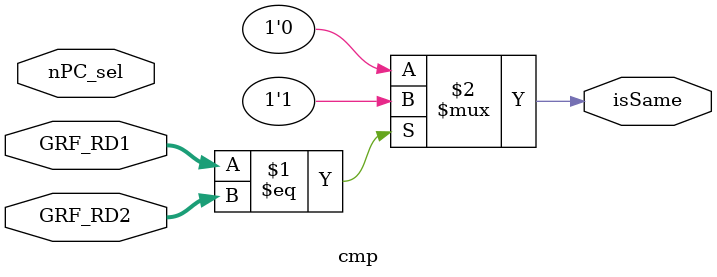
<source format=v>
`timescale 1ns / 1ps

`include "constants.v"

module cmp(
    input [31:0] GRF_RD1,
    input [31:0] GRF_RD2,
    input [2:0] nPC_sel,
    
    output isSame
    );

    assign isSame = (GRF_RD1 == GRF_RD2) ? 1'b1 : 1'b0;

endmodule

</source>
